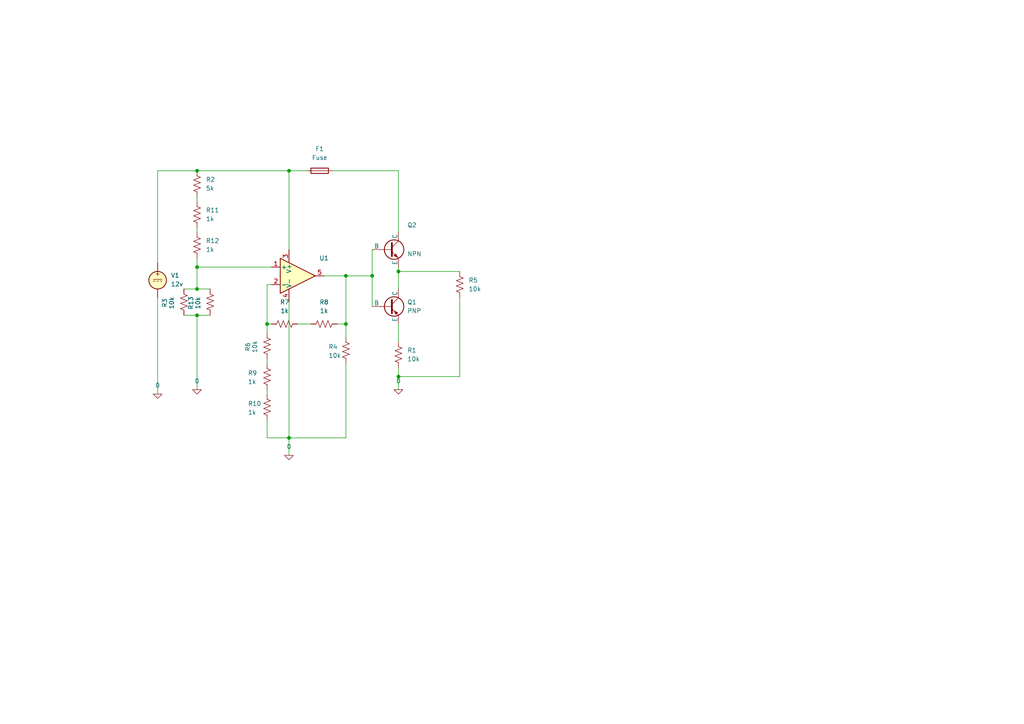
<source format=kicad_sch>
(kicad_sch (version 20250114) (generator "eeschema") (generator_version "9.0")
  (paper "A4")
  (lib_symbols
    (symbol "Device:Fuse" (pin_numbers (hide yes)) (pin_names (offset 0))
      (property "Reference" "F" (at 2.032 0 90))
      (property "Value" "Fuse" (at -1.905 0 90))
      (symbol "Fuse_0_1"
        (rectangle (start -0.762 -2.54) (end 0.762 2.54) (stroke (width 0.254)))
        (polyline (pts (xy 0 2.54) (xy 0 -2.54)))
      )
      (symbol "Fuse_1_1"
        (pin passive line (at 0 3.81 270) (length 1.27) (name "~") (number "1"))
        (pin passive line (at 0 -3.81 90) (length 1.27) (name "~") (number "2"))
      )
    )
    (symbol "Device:R_US" (pin_numbers (hide yes)) (pin_names (offset 0))
      (property "Reference" "R" (at 2.54 0 90))
      (property "Value" "R_US" (at -2.54 0 90))
      (symbol "R_US_0_1"
        (polyline (pts (xy 0 2.286) (xy 0 2.54)))
        (polyline (pts (xy 0 2.286) (xy 1.016 1.905) (xy 0 1.524) (xy -1.016 1.143) (xy 0 0.762)))
        (polyline (pts (xy 0 0.762) (xy 1.016 0.381) (xy 0 0) (xy -1.016 -0.381) (xy 0 -0.762)))
        (polyline (pts (xy 0 -0.762) (xy 1.016 -1.143) (xy 0 -1.524) (xy -1.016 -1.905) (xy 0 -2.286)))
        (polyline (pts (xy 0 -2.286) (xy 0 -2.54)))
      )
      (symbol "R_US_1_1"
        (pin passive line (at 0 3.81 270) (length 1.27) (name "~") (number "1"))
        (pin passive line (at 0 -3.81 90) (length 1.27) (name "~") (number "2"))
      )
    )
    (symbol "OPAMP_1" (pin_names (offset 0.254))
      (property "Reference" "U1" (at 7.62 5.1502 0))
      (property "Value" "${SIM.PARAMS}" (at 7.62 3.2451 0))
      (symbol "OPAMP_1_0_1"
        (polyline (pts (xy 5.08 0) (xy -5.08 5.08) (xy -5.08 -5.08) (xy 5.08 0)) (stroke (width 0.254)) (fill (type background)))
      )
      (symbol "OPAMP_1_1_1"
        (pin input line (at -7.62 2.54 0) (length 2.54) (name "+") (number "1"))
        (pin input line (at -7.62 -2.54 0) (length 2.54) (name "-") (number "2"))
        (pin power_in line (at -2.54 7.62 270) (length 3.81) (name "V+") (number "3"))
        (pin power_in line (at -2.54 -7.62 90) (length 3.81) (name "V-") (number "4"))
        (pin output line (at 7.62 0 180) (length 2.54) (name "~") (number "5"))
      )
    )
    (symbol "Simulation_SPICE:0" (power) (pin_numbers (hide yes)) (pin_names (offset 0) (hide yes))
      (property "Value" "0" (at 0 -2.54 0))
      (symbol "0_0_1"
        (polyline (pts (xy -1.27 0) (xy 0 -1.27) (xy 1.27 0) (xy -1.27 0)))
      )
      (symbol "0_1_1"
        (pin power_in line (at 0 0 0) (length 0) (name "~") (number "1"))
      )
    )
    (symbol "Simulation_SPICE:NPN" (pin_numbers (hide yes)) (pin_names (offset 0))
      (property "Reference" "Q" (at -2.54 7.62 0))
      (property "Value" "NPN" (at -2.54 5.08 0))
      (symbol "NPN_0_1"
        (polyline (pts (xy -2.54 0) (xy 0.635 0)) (stroke (width 0.1524)))
        (polyline (pts (xy 0.635 1.905) (xy 0.635 -1.905) (xy 0.635 -1.905)) (stroke (width 0.508)))
        (polyline (pts (xy 0.635 0.635) (xy 2.54 2.54)))
        (polyline (pts (xy 0.635 -0.635) (xy 2.54 -2.54) (xy 2.54 -2.54)))
        (circle (center 1.27 0) (radius 2.8194) (stroke (width 0.254)))
        (polyline (pts (xy 1.27 -1.778) (xy 1.778 -1.27) (xy 2.286 -2.286) (xy 1.27 -1.778) (xy 1.27 -1.778)) (fill (type outline)))
        (polyline (pts (xy 2.794 -1.27) (xy 2.794 -1.27)) (stroke (width 0.1524)))
        (polyline (pts (xy 2.794 -1.27) (xy 2.794 -1.27)) (stroke (width 0.1524)))
      )
      (symbol "NPN_1_1"
        (pin input line (at -5.08 0 0) (length 2.54) (name "B") (number "2"))
        (pin open_collector line (at 2.54 5.08 270) (length 2.54) (name "C") (number "1"))
        (pin open_emitter line (at 2.54 -5.08 90) (length 2.54) (name "E") (number "3"))
      )
    )
    (symbol "Simulation_SPICE:PNP" (pin_numbers (hide yes)) (pin_names (offset 0))
      (property "Reference" "Q" (at -2.54 7.62 0))
      (property "Value" "PNP" (at -2.54 5.08 0))
      (symbol "PNP_0_1"
        (polyline (pts (xy -2.54 0) (xy 0.635 0)) (stroke (width 0.1524)))
        (polyline (pts (xy 0.635 1.905) (xy 0.635 -1.905) (xy 0.635 -1.905)) (stroke (width 0.508)))
        (polyline (pts (xy 0.635 0.635) (xy 2.54 2.54)))
        (polyline (pts (xy 0.635 -0.635) (xy 2.54 -2.54) (xy 2.54 -2.54)))
        (circle (center 1.27 0) (radius 2.8194) (stroke (width 0.254)))
        (polyline (pts (xy 2.286 -1.778) (xy 1.778 -2.286) (xy 1.27 -1.27) (xy 2.286 -1.778) (xy 2.286 -1.778)) (fill (type outline)))
      )
      (symbol "PNP_1_1"
        (pin input line (at -5.08 0 0) (length 2.54) (name "B") (number "2"))
        (pin open_collector line (at 2.54 5.08 270) (length 2.54) (name "C") (number "1"))
        (pin open_emitter line (at 2.54 -5.08 90) (length 2.54) (name "E") (number "3"))
      )
    )
    (symbol "Simulation_SPICE:VDC" (pin_numbers (hide yes)) (pin_names (offset 0.0254))
      (property "Reference" "V" (at 2.54 2.54 0))
      (property "Value" "1" (at 2.54 0 0))
      (symbol "VDC_0_0"
        (polyline (pts (xy -1.27 0.254) (xy 1.27 0.254)))
        (polyline (pts (xy -0.762 -0.254) (xy -1.27 -0.254)))
        (polyline (pts (xy 0.254 -0.254) (xy -0.254 -0.254)))
        (polyline (pts (xy 1.27 -0.254) (xy 0.762 -0.254)))
        (text "+" (at 0 1.905 0) (effects (font (size 1.27 1.27))))
      )
      (symbol "VDC_0_1"
        (circle (center 0 0) (radius 2.54) (stroke (width 0.254)) (fill (type background)))
      )
      (symbol "VDC_1_1"
        (pin passive line (at 0 5.08 270) (length 2.54) (name "~") (number "1"))
        (pin passive line (at 0 -5.08 90) (length 2.54) (name "~") (number "2"))
      )
    )
  )
  (junction (at 57.15 49.53))
  (junction (at 100.33 93.98))
  (junction (at 100.33 80.01))
  (junction (at 77.47 93.98))
  (junction (at 83.82 49.53))
  (junction (at 115.57 78.74))
  (junction (at 57.15 77.47))
  (junction (at 115.57 109.22))
  (junction (at 107.95 80.01))
  (junction (at 57.15 83.82))
  (junction (at 57.15 91.44))
  (junction (at 83.82 127))
  (wire (pts (xy 45.72 49.53) (xy 45.72 76.2)))
  (wire (pts (xy 78.74 82.55) (xy 77.47 82.55)))
  (wire (pts (xy 97.79 93.98) (xy 100.33 93.98)))
  (wire (pts (xy 96.52 49.53) (xy 115.57 49.53)))
  (wire (pts (xy 100.33 80.01) (xy 100.33 93.98)))
  (wire (pts (xy 107.95 80.01) (xy 107.95 88.9)))
  (wire (pts (xy 83.82 49.53) (xy 83.82 72.39)))
  (wire (pts (xy 115.57 93.98) (xy 115.57 99.06)))
  (wire (pts (xy 86.36 93.98) (xy 90.17 93.98)))
  (wire (pts (xy 57.15 74.93) (xy 57.15 77.47)))
  (wire (pts (xy 53.34 83.82) (xy 57.15 83.82)))
  (wire (pts (xy 115.57 78.74) (xy 133.35 78.74)))
  (wire (pts (xy 77.47 113.03) (xy 77.47 114.3)))
  (wire (pts (xy 83.82 127) (xy 83.82 132.08)))
  (wire (pts (xy 100.33 105.41) (xy 100.33 127)))
  (wire (pts (xy 107.95 72.39) (xy 107.95 80.01)))
  (wire (pts (xy 57.15 57.15) (xy 57.15 58.42)))
  (wire (pts (xy 83.82 49.53) (xy 88.9 49.53)))
  (wire (pts (xy 100.33 127) (xy 83.82 127)))
  (wire (pts (xy 100.33 80.01) (xy 107.95 80.01)))
  (wire (pts (xy 133.35 86.36) (xy 133.35 109.22)))
  (wire (pts (xy 93.98 80.01) (xy 100.33 80.01)))
  (wire (pts (xy 78.74 93.98) (xy 77.47 93.98)))
  (wire (pts (xy 77.47 127) (xy 83.82 127)))
  (wire (pts (xy 115.57 49.53) (xy 115.57 67.31)))
  (wire (pts (xy 115.57 109.22) (xy 115.57 113.03)))
  (wire (pts (xy 53.34 91.44) (xy 57.15 91.44)))
  (wire (pts (xy 115.57 77.47) (xy 115.57 78.74)))
  (wire (pts (xy 45.72 49.53) (xy 57.15 49.53)))
  (wire (pts (xy 115.57 78.74) (xy 115.57 83.82)))
  (wire (pts (xy 100.33 93.98) (xy 100.33 97.79)))
  (wire (pts (xy 57.15 49.53) (xy 83.82 49.53)))
  (wire (pts (xy 77.47 82.55) (xy 77.47 93.98)))
  (wire (pts (xy 77.47 104.14) (xy 77.47 105.41)))
  (wire (pts (xy 57.15 83.82) (xy 60.96 83.82)))
  (wire (pts (xy 77.47 121.92) (xy 77.47 127)))
  (wire (pts (xy 77.47 96.52) (xy 77.47 93.98)))
  (wire (pts (xy 45.72 86.36) (xy 45.72 114.3)))
  (wire (pts (xy 115.57 106.68) (xy 115.57 109.22)))
  (wire (pts (xy 57.15 91.44) (xy 60.96 91.44)))
  (wire (pts (xy 57.15 91.44) (xy 57.15 113.03)))
  (wire (pts (xy 83.82 87.63) (xy 83.82 127)))
  (wire (pts (xy 57.15 77.47) (xy 78.74 77.47)))
  (wire (pts (xy 133.35 109.22) (xy 115.57 109.22)))
  (wire (pts (xy 57.15 66.04) (xy 57.15 67.31)))
  (wire (pts (xy 57.15 77.47) (xy 57.15 83.82)))
  (symbol (lib_id "Device:R_US") (at 53.34 87.63 180) (unit 1)
    (property "Reference" "R3" (at 47.752 87.884 90))
    (property "Value" "10k" (at 49.784 87.884 90))
    (property "Description" "Resistor, US symbol" (effects (hide yes)))
  )
  (symbol (lib_id "Device:R_US") (at 57.15 71.12 0) (unit 1)
    (property "Reference" "R12" (at 59.69 69.8499 0) (effects (justify left)))
    (property "Value" "1k" (at 59.69 72.3899 0) (effects (justify left)))
    (property "Description" "Resistor, US symbol" (effects (hide yes)))
  )
  (symbol (lib_id "Device:R_US") (at 57.15 53.34 0) (unit 1)
    (property "Reference" "R2" (at 59.69 52.0699 0) (effects (justify left)))
    (property "Value" "5k" (at 59.69 54.6099 0) (effects (justify left)))
    (property "Description" "Resistor, US symbol" (effects (hide yes)))
  )
  (symbol (lib_id "Device:R_US") (at 77.47 118.11 180) (unit 1)
    (property "Reference" "R10" (at 71.882 117.094 0) (effects (justify right)))
    (property "Value" "1k" (at 71.882 119.634 0) (effects (justify right)))
    (property "Description" "Resistor, US symbol" (effects (hide yes)))
  )
  (symbol (lib_name "OPAMP_1") (lib_id "Simulation_SPICE:OPAMP") (at 86.36 80.01 0) (unit 1)
    (property "Reference" "U1" (at 93.98 74.8598 0))
    (property "Value" "${SIM.PARAMS}" (at 93.98 76.7649 0))
    (property "Datasheet" "https://ngspice.sourceforge.io/docs/ngspice-html-manual/manual.xhtml#sec__SUBCKT_Subcircuits" (effects (hide yes)))
    (property "Description" "Operational amplifier, single" (effects (hide yes)))
    (property "Sim.Pins" "1=in+ 2=in- 3=vcc 4=vee 5=out" (effects (hide yes)))
    (property "Sim.Device" "SUBCKT" (effects (hide yes)))
    (property "Sim.Library" "${KICAD9_SYMBOL_DIR}/Simulation_SPICE.sp" (effects (hide yes)))
    (property "Sim.Name" "kicad_builtin_opamp" (effects (hide yes)))
  )
  (symbol (lib_id "Device:R_US") (at 77.47 109.22 180) (unit 1)
    (property "Reference" "R9" (at 71.882 108.204 0) (effects (justify right)))
    (property "Value" "1k" (at 71.882 110.744 0) (effects (justify right)))
    (property "Description" "Resistor, US symbol" (effects (hide yes)))
  )
  (symbol (lib_id "Device:R_US") (at 100.33 101.6 0) (unit 1)
    (property "Reference" "R4" (at 95.25 100.584 0) (effects (justify left)))
    (property "Value" "10k" (at 95.25 103.124 0) (effects (justify left)))
    (property "Description" "Resistor, US symbol" (effects (hide yes)))
  )
  (symbol (lib_id "Device:R_US") (at 57.15 62.23 0) (unit 1)
    (property "Reference" "R11" (at 59.69 60.9599 0) (effects (justify left)))
    (property "Value" "1k" (at 59.69 63.4999 0) (effects (justify left)))
    (property "Description" "Resistor, US symbol" (effects (hide yes)))
  )
  (symbol (lib_id "Device:R_US") (at 93.98 93.98 90) (unit 1)
    (property "Reference" "R8" (at 93.98 87.63 90))
    (property "Value" "1k" (at 93.98 90.17 90))
    (property "Description" "Resistor, US symbol" (effects (hide yes)))
  )
  (symbol (lib_id "Simulation_SPICE:PNP") (at 113.03 88.9 0) (unit 1)
    (property "Reference" "Q1" (at 118.11 87.6299 0) (effects (justify left)))
    (property "Value" "PNP" (at 118.11 90.1699 0) (effects (justify left)))
    (property "Datasheet" "https://ngspice.sourceforge.io/docs/ngspice-html-manual/manual.xhtml#cha_BJTs" (effects (hide yes)))
    (property "Description" "Bipolar transistor symbol for simulation only, substrate tied to the emitter" (effects (hide yes)))
    (property "Sim.Device" "PNP" (effects (hide yes)))
    (property "Sim.Type" "GUMMELPOON" (effects (hide yes)))
    (property "Sim.Pins" "1=C 2=B 3=E" (effects (hide yes)))
  )
  (symbol (lib_id "Simulation_SPICE:VDC") (at 45.72 81.28 0) (unit 1)
    (property "Reference" "V1" (at 49.53 79.8801 0) (effects (justify left)))
    (property "Value" "12v" (at 49.53 82.4201 0) (effects (justify left)))
    (property "Datasheet" "https://ngspice.sourceforge.io/docs/ngspice-html-manual/manual.xhtml#sec_Independent_Sources_for" (effects (hide yes)))
    (property "Description" "Voltage source, DC" (effects (hide yes)))
    (property "Sim.Pins" "1=+ 2=-" (effects (hide yes)))
    (property "Sim.Type" "DC" (effects (hide yes)))
    (property "Sim.Device" "V" (effects (hide yes)))
  )
  (symbol (lib_id "Device:R_US") (at 133.35 82.55 0) (unit 1)
    (property "Reference" "R5" (at 135.89 81.2799 0) (effects (justify left)))
    (property "Value" "10k" (at 135.89 83.8199 0) (effects (justify left)))
    (property "Description" "Resistor, US symbol" (effects (hide yes)))
  )
  (symbol (lib_id "Simulation_SPICE:0") (at 57.15 113.03 0) (unit 1)
    (property "Reference" "#GND04" (effects (hide yes)))
    (property "Value" "0" (at 57.15 110.49 0))
    (property "Datasheet" "https://ngspice.sourceforge.io/docs/ngspice-html-manual/manual.xhtml#subsec_Circuit_elements__device" (effects (hide yes)))
    (property "Description" "0V reference potential for simulation" (effects (hide yes)))
  )
  (symbol (lib_id "Device:R_US") (at 60.96 87.63 180) (unit 1)
    (property "Reference" "R13" (at 55.372 87.884 90))
    (property "Value" "10k" (at 57.404 87.884 90))
    (property "Description" "Resistor, US symbol" (effects (hide yes)))
  )
  (symbol (lib_id "Device:R_US") (at 82.55 93.98 90) (unit 1)
    (property "Reference" "R7" (at 82.55 87.63 90))
    (property "Value" "1k" (at 82.55 90.17 90))
    (property "Description" "Resistor, US symbol" (effects (hide yes)))
  )
  (symbol (lib_id "Device:Fuse") (at 92.71 49.53 90) (unit 1)
    (property "Reference" "F1" (at 92.71 43.18 90))
    (property "Value" "Fuse" (at 92.71 45.72 90))
    (property "Footprint" "Fuse:Fuse_2920_7451Metric" (effects (hide yes)))
    (property "Description" "Fuse" (effects (hide yes)))
    (property "Sim.Device" "R" (effects (hide yes)))
    (property "Sim.Pins" "1=+ 2=-" (effects (hide yes)))
    (property "Sim.Params" "r=0" (effects (hide yes)))
  )
  (symbol (lib_id "Simulation_SPICE:0") (at 83.82 132.08 0) (unit 1)
    (property "Reference" "#GND01" (effects (hide yes)))
    (property "Value" "0" (at 83.82 129.54 0))
    (property "Datasheet" "https://ngspice.sourceforge.io/docs/ngspice-html-manual/manual.xhtml#subsec_Circuit_elements__device" (effects (hide yes)))
    (property "Description" "0V reference potential for simulation" (effects (hide yes)))
  )
  (symbol (lib_id "Simulation_SPICE:NPN") (at 113.03 72.39 0) (unit 1)
    (property "Reference" "Q2" (at 118.11 65.278 0) (effects (justify left)))
    (property "Value" "NPN" (at 118.11 73.6599 0) (effects (justify left)))
    (property "Datasheet" "https://ngspice.sourceforge.io/docs/ngspice-html-manual/manual.xhtml#cha_BJTs" (effects (hide yes)))
    (property "Description" "Bipolar transistor symbol for simulation only, substrate tied to the emitter" (effects (hide yes)))
    (property "Sim.Device" "NPN" (effects (hide yes)))
    (property "Sim.Type" "GUMMELPOON" (effects (hide yes)))
    (property "Sim.Pins" "1=C 2=B 3=E" (effects (hide yes)))
  )
  (symbol (lib_id "Device:R_US") (at 115.57 102.87 0) (unit 1)
    (property "Reference" "R1" (at 118.11 101.5999 0) (effects (justify left)))
    (property "Value" "10k" (at 118.11 104.1399 0) (effects (justify left)))
    (property "Description" "Resistor, US symbol" (effects (hide yes)))
  )
  (symbol (lib_id "Simulation_SPICE:0") (at 45.72 114.3 0) (unit 1)
    (property "Reference" "#GND02" (effects (hide yes)))
    (property "Value" "0" (at 45.72 111.76 0))
    (property "Datasheet" "https://ngspice.sourceforge.io/docs/ngspice-html-manual/manual.xhtml#subsec_Circuit_elements__device" (effects (hide yes)))
    (property "Description" "0V reference potential for simulation" (effects (hide yes)))
  )
  (symbol (lib_id "Simulation_SPICE:0") (at 115.57 113.03 0) (unit 1)
    (property "Reference" "#GND03" (effects (hide yes)))
    (property "Value" "0" (at 115.57 110.49 0))
    (property "Datasheet" "https://ngspice.sourceforge.io/docs/ngspice-html-manual/manual.xhtml#subsec_Circuit_elements__device" (effects (hide yes)))
    (property "Description" "0V reference potential for simulation" (effects (hide yes)))
  )
  (symbol (lib_id "Device:R_US") (at 77.47 100.33 180) (unit 1)
    (property "Reference" "R6" (at 71.882 100.584 90))
    (property "Value" "10k" (at 73.914 100.584 90))
    (property "Description" "Resistor, US symbol" (effects (hide yes)))
  )
)
</source>
